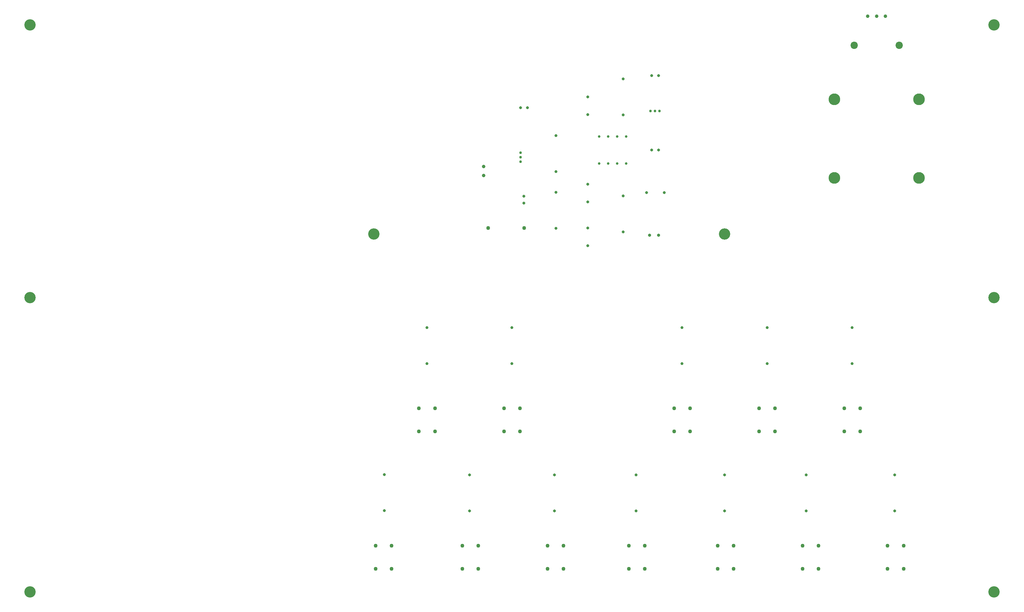
<source format=gbr>
%TF.GenerationSoftware,KiCad,Pcbnew,(7.0.0)*%
%TF.CreationDate,2023-06-26T15:27:35+02:00*%
%TF.ProjectId,Prj_3_Piano,50726a5f-335f-4506-9961-6e6f2e6b6963,v1.0*%
%TF.SameCoordinates,Original*%
%TF.FileFunction,Plated,1,2,PTH,Drill*%
%TF.FilePolarity,Positive*%
%FSLAX46Y46*%
G04 Gerber Fmt 4.6, Leading zero omitted, Abs format (unit mm)*
G04 Created by KiCad (PCBNEW (7.0.0)) date 2023-06-26 15:27:35*
%MOMM*%
%LPD*%
G01*
G04 APERTURE LIST*
%TA.AperFunction,ComponentDrill*%
%ADD10C,0.730000*%
%TD*%
%TA.AperFunction,ComponentDrill*%
%ADD11C,0.750000*%
%TD*%
%TA.AperFunction,ComponentDrill*%
%ADD12C,0.800000*%
%TD*%
%TA.AperFunction,ComponentDrill*%
%ADD13C,0.900000*%
%TD*%
%TA.AperFunction,ComponentDrill*%
%ADD14C,1.000000*%
%TD*%
%TA.AperFunction,ComponentDrill*%
%ADD15C,1.100000*%
%TD*%
%TA.AperFunction,ComponentDrill*%
%ADD16C,2.057400*%
%TD*%
%TA.AperFunction,ComponentDrill*%
%ADD17C,3.200000*%
%TD*%
%TA.AperFunction,ComponentDrill*%
%ADD18C,3.302000*%
%TD*%
G04 APERTURE END LIST*
D10*
%TO.C,IC1*%
X300569200Y-203544100D03*
X300569200Y-211164100D03*
X303109200Y-203544100D03*
X303109200Y-211164100D03*
X305649200Y-203544100D03*
X305649200Y-211164100D03*
X308189200Y-203544100D03*
X308189200Y-211164100D03*
D11*
%TO.C,Q1*%
X278379200Y-208084100D03*
X278379200Y-209354100D03*
X278379200Y-210624100D03*
%TO.C,U1*%
X315109200Y-196354100D03*
X316379200Y-196354100D03*
X317649200Y-196354100D03*
D12*
%TO.C,R4*%
X240000000Y-298920000D03*
X240000000Y-309080000D03*
%TO.C,R5*%
X252000000Y-257420000D03*
X252000000Y-267580000D03*
%TO.C,R6*%
X264000000Y-299000000D03*
X264000000Y-309160000D03*
%TO.C,R7*%
X276000000Y-257420000D03*
X276000000Y-267580000D03*
%TO.C,C2*%
X278379200Y-195354100D03*
%TO.C,C1*%
X279379200Y-220354100D03*
X279379200Y-222354100D03*
%TO.C,C2*%
X280379200Y-195354100D03*
%TO.C,R9*%
X288000000Y-299000000D03*
X288000000Y-309160000D03*
%TO.C,R1*%
X288379200Y-203274100D03*
X288379200Y-213434100D03*
%TO.C,R2*%
X288379200Y-219274100D03*
X288379200Y-229434100D03*
%TO.C,C5*%
X297379200Y-192354100D03*
X297379200Y-197354100D03*
%TO.C,C4*%
X297379200Y-216951449D03*
X297379200Y-221951449D03*
%TO.C,C7*%
X297379200Y-229354100D03*
X297379200Y-234354100D03*
%TO.C,R3*%
X307379200Y-187274100D03*
X307379200Y-197434100D03*
%TO.C,R8*%
X307379200Y-220274100D03*
X307379200Y-230434100D03*
%TO.C,R10*%
X311000000Y-299000000D03*
X311000000Y-309160000D03*
%TO.C,C8*%
X313976549Y-219354100D03*
%TO.C,C3*%
X315379200Y-186354100D03*
%TO.C,C6*%
X315379200Y-207354100D03*
%TO.C,C3*%
X317379200Y-186354100D03*
%TO.C,C6*%
X317379200Y-207354100D03*
%TO.C,C8*%
X318976549Y-219354100D03*
%TO.C,R11*%
X324000000Y-257420000D03*
X324000000Y-267580000D03*
%TO.C,R12*%
X336000000Y-299000000D03*
X336000000Y-309160000D03*
%TO.C,R13*%
X348000000Y-257420000D03*
X348000000Y-267580000D03*
%TO.C,R14*%
X359000000Y-299000000D03*
X359000000Y-309160000D03*
%TO.C,R15*%
X372000000Y-257420000D03*
X372000000Y-267580000D03*
%TO.C,R16*%
X384000000Y-299000000D03*
X384000000Y-309160000D03*
D13*
%TO.C,D2*%
X314839200Y-231354100D03*
X317379200Y-231354100D03*
D14*
%TO.C,J1*%
X268000000Y-212000000D03*
X268000000Y-214540000D03*
%TO.C,SW1*%
X376379200Y-169579100D03*
X378879200Y-169579100D03*
X381379200Y-169579100D03*
D15*
%TO.C,SW2*%
X237500000Y-319000000D03*
X237500000Y-325500000D03*
X242000000Y-319000000D03*
X242000000Y-325500000D03*
%TO.C,SW3*%
X249750000Y-280250000D03*
X249750000Y-286750000D03*
X254250000Y-280250000D03*
X254250000Y-286750000D03*
%TO.C,SW4*%
X262000000Y-319000000D03*
X262000000Y-325500000D03*
X266500000Y-319000000D03*
X266500000Y-325500000D03*
%TO.C,D1*%
X269299200Y-229354100D03*
%TO.C,SW5*%
X273750000Y-280250000D03*
X273750000Y-286750000D03*
X278250000Y-280250000D03*
X278250000Y-286750000D03*
%TO.C,D1*%
X279459200Y-229354100D03*
%TO.C,SW6*%
X286000000Y-319000000D03*
X286000000Y-325500000D03*
X290500000Y-319000000D03*
X290500000Y-325500000D03*
%TO.C,SW7*%
X309000000Y-319000000D03*
X309000000Y-325500000D03*
X313500000Y-319000000D03*
X313500000Y-325500000D03*
%TO.C,SW8*%
X321750000Y-280250000D03*
X321750000Y-286750000D03*
X326250000Y-280250000D03*
X326250000Y-286750000D03*
%TO.C,SW9*%
X334000000Y-319000000D03*
X334000000Y-325500000D03*
X338500000Y-319000000D03*
X338500000Y-325500000D03*
%TO.C,SW10*%
X345750000Y-280250000D03*
X345750000Y-286750000D03*
X350250000Y-280250000D03*
X350250000Y-286750000D03*
%TO.C,SW11*%
X358000000Y-319000000D03*
X358000000Y-325500000D03*
X362500000Y-319000000D03*
X362500000Y-325500000D03*
%TO.C,SW12*%
X369750000Y-280250000D03*
X369750000Y-286750000D03*
X374250000Y-280250000D03*
X374250000Y-286750000D03*
%TO.C,SW13*%
X382000000Y-319000000D03*
X382000000Y-325500000D03*
X386500000Y-319000000D03*
X386500000Y-325500000D03*
D16*
%TO.C,BT1*%
X372562600Y-177760000D03*
X385262600Y-177760000D03*
D17*
%TO.C,REF\u002A\u002A*%
X140000000Y-172000000D03*
X140000000Y-249000000D03*
X140000000Y-332000000D03*
X237000000Y-231000000D03*
X336000000Y-231000000D03*
X412000000Y-172000000D03*
X412000000Y-249000000D03*
X412000000Y-332000000D03*
D18*
%TO.C,BT1*%
X367000000Y-193000000D03*
X367000000Y-215225000D03*
X390825200Y-193000000D03*
X390825200Y-215225000D03*
M02*

</source>
